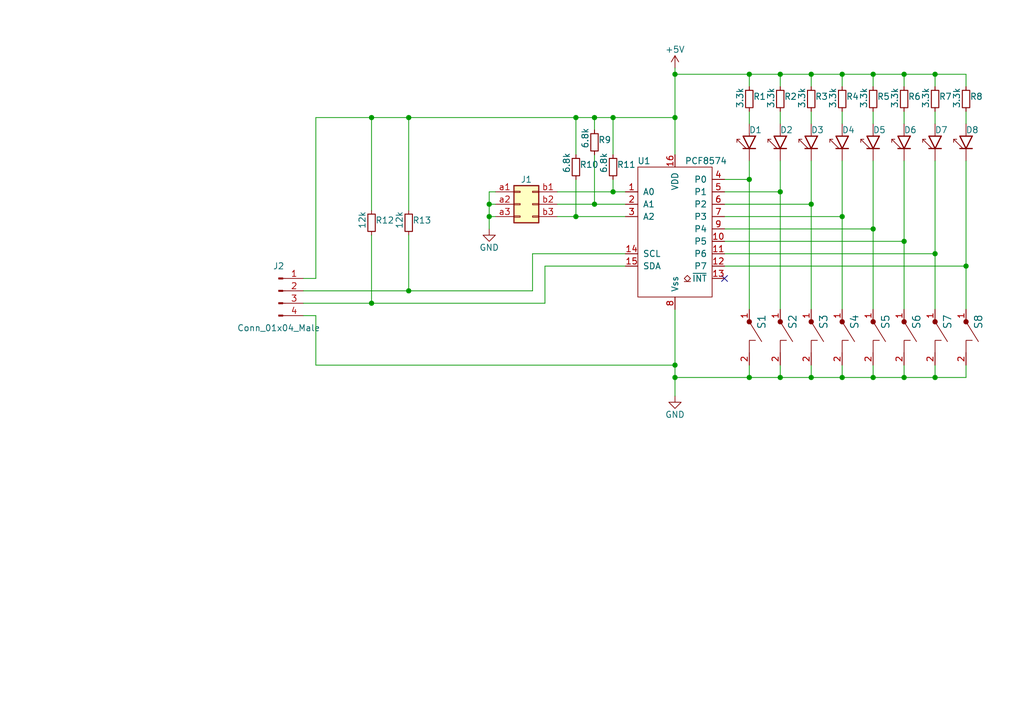
<source format=kicad_sch>
(kicad_sch (version 20211123) (generator eeschema)
  (paper "A5")
  (title_block (title "Vector Drawing for WWI: Switches and Lamps") (date "2023-07-06") (rev "0.1"))
  (lib_symbols
    (symbol "Connector:Conn_01x04_Male" (pin_names (offset 1.016) hide)
      (property "Reference" "J" (at 0 5.08 0))
      (property "Value" "Conn_01x04_Male" (at 0 -7.62 0))
      (symbol "Conn_01x04_Male_1_1"
        (polyline (pts (xy 1.27 -5.08) (xy 0.8636 -5.08)) (stroke (width 0.1524)))
        (polyline (pts (xy 1.27 -2.54) (xy 0.8636 -2.54)) (stroke (width 0.1524)))
        (polyline (pts (xy 1.27 0) (xy 0.8636 0)) (stroke (width 0.1524)))
        (polyline (pts (xy 1.27 2.54) (xy 0.8636 2.54)) (stroke (width 0.1524)))
        (rectangle (start 0.8636 -4.953) (end 0 -5.207) (stroke (width 0.1524)) (fill (type outline)))
        (rectangle (start 0.8636 -2.413) (end 0 -2.667) (stroke (width 0.1524)) (fill (type outline)))
        (rectangle (start 0.8636 0.127) (end 0 -0.127) (stroke (width 0.1524)) (fill (type outline)))
        (rectangle (start 0.8636 2.667) (end 0 2.413) (stroke (width 0.1524)) (fill (type outline)))
        (pin passive line (at 5.08 2.54 180) (length 3.81) (name "Pin_1") (number "1"))
        (pin passive line (at 5.08 0 180) (length 3.81) (name "Pin_2") (number "2"))
        (pin passive line (at 5.08 -2.54 180) (length 3.81) (name "Pin_3") (number "3"))
        (pin passive line (at 5.08 -5.08 180) (length 3.81) (name "Pin_4") (number "4"))
      )
    )
    (symbol "Connector_Generic:Conn_02x03_Row_Letter_First" (pin_names (offset 1.016) hide)
      (property "Reference" "J" (at 1.27 5.08 0))
      (property "Value" "Conn_02x03_Row_Letter_First" (at 1.27 -5.08 0))
      (symbol "Conn_02x03_Row_Letter_First_1_1"
        (rectangle (start -1.27 -2.413) (end 0 -2.667) (stroke (width 0.1524)))
        (rectangle (start -1.27 0.127) (end 0 -0.127) (stroke (width 0.1524)))
        (rectangle (start -1.27 2.667) (end 0 2.413) (stroke (width 0.1524)))
        (rectangle (start -1.27 3.81) (end 3.81 -3.81) (stroke (width 0.254)) (fill (type background)))
        (rectangle (start 3.81 -2.413) (end 2.54 -2.667) (stroke (width 0.1524)))
        (rectangle (start 3.81 0.127) (end 2.54 -0.127) (stroke (width 0.1524)))
        (rectangle (start 3.81 2.667) (end 2.54 2.413) (stroke (width 0.1524)))
        (pin passive line (at -5.08 2.54 0) (length 3.81) (name "Pin_a1") (number "a1"))
        (pin passive line (at -5.08 0 0) (length 3.81) (name "Pin_a2") (number "a2"))
        (pin passive line (at -5.08 -2.54 0) (length 3.81) (name "Pin_a3") (number "a3"))
        (pin passive line (at 7.62 2.54 180) (length 3.81) (name "Pin_b1") (number "b1"))
        (pin passive line (at 7.62 0 180) (length 3.81) (name "Pin_b2") (number "b2"))
        (pin passive line (at 7.62 -2.54 180) (length 3.81) (name "Pin_b3") (number "b3"))
      )
    )
    (symbol "Device:R_Small" (pin_numbers hide) (pin_names (offset 0.254) hide)
      (property "Reference" "R" (at 0.762 0.508 0))
      (property "Value" "R_Small" (at 0.762 -1.016 0))
      (symbol "R_Small_0_1"
        (rectangle (start -0.762 1.778) (end 0.762 -1.778) (stroke (width 0.2032)))
      )
      (symbol "R_Small_1_1"
        (pin passive line (at 0 2.54 270) (length 0.762) (name "~") (number "1"))
        (pin passive line (at 0 -2.54 90) (length 0.762) (name "~") (number "2"))
      )
    )
    (symbol "power:+5V" (power) (pin_names (offset 0))
      (property "Value" "+5V" (at 0 3.556 0))
      (symbol "+5V_0_1"
        (polyline (pts (xy -0.762 1.27) (xy 0 2.54)))
        (polyline (pts (xy 0 0) (xy 0 2.54)))
        (polyline (pts (xy 0 2.54) (xy 0.762 1.27)))
      )
      (symbol "+5V_1_1"
        (pin power_in line (at 0 0 90) (length 0) hide (name "+5V") (number "1"))
      )
    )
    (symbol "power:GND" (power) (pin_names (offset 0))
      (property "Value" "GND" (at 0 -3.81 0))
      (symbol "GND_0_1"
        (polyline (pts (xy 0 0) (xy 0 -1.27) (xy 1.27 -1.27) (xy 0 -2.54) (xy -1.27 -1.27) (xy 0 -1.27)))
      )
      (symbol "GND_1_1"
        (pin power_in line (at 0 0 270) (length 0) hide (name "GND") (number "1"))
      )
    )
    (symbol "rg:LED" (pin_numbers hide) (pin_names (offset 1.016) hide)
      (property "Reference" "D" (at -2.54 2.54 0))
      (symbol "LED_0_1"
        (polyline (pts (xy -1.27 -1.27) (xy -1.27 1.27)) (stroke (width 0.254)))
        (polyline (pts (xy 0.635 2.54) (xy 0.635 1.905)))
        (polyline (pts (xy -1.27 0.635) (xy 0.635 2.54) (xy 0 2.54)))
        (polyline (pts (xy 1.27 -1.27) (xy 1.27 1.27) (xy -1.27 0) (xy 1.27 -1.27)) (stroke (width 0.254)))
      )
      (symbol "LED_1_1"
        (pin passive line (at 3.81 0 180) (length 2.54) (name "A") (number "A"))
        (pin passive line (at -3.81 0 0) (length 2.54) (name "K") (number "K"))
      )
    )
    (symbol "rg:PCF8574" (pin_names (offset 1.016))
      (property "Reference" "U" (at -6.35 13.97 0))
      (property "Value" "PCF8574" (at 6.35 13.97 0))
      (symbol "PCF8574_0_1"
        (rectangle (start -7.62 12.7) (end 7.62 -13.97))
        (polyline (pts (xy 1.905 -10.795) (xy 3.175 -10.795) (xy 2.54 -10.795) (xy 3.175 -10.16) (xy 2.54 -9.525) (xy 1.905 -10.16) (xy 2.54 -10.795)))
      )
      (symbol "PCF8574_1_1"
        (pin input line (at -10.16 7.62 0) (length 2.54) (name "A0") (number "1"))
        (pin output line (at 10.16 -2.54 180) (length 2.54) (name "P5") (number "10"))
        (pin output line (at 10.16 -5.08 180) (length 2.54) (name "P6") (number "11"))
        (pin output line (at 10.16 -7.62 180) (length 2.54) (name "P7") (number "12"))
        (pin output line (at 10.16 -10.16 180) (length 2.54) (name "~{INT}") (number "13"))
        (pin input line (at -10.16 -5.08 0) (length 2.54) (name "SCL") (number "14"))
        (pin bidirectional line (at -10.16 -7.62 0) (length 2.54) (name "SDA") (number "15"))
        (pin power_in line (at 0 15.24 270) (length 2.54) (name "VDD") (number "16"))
        (pin input line (at -10.16 5.08 0) (length 2.54) (name "A1") (number "2"))
        (pin input line (at -10.16 2.54 0) (length 2.54) (name "A2") (number "3"))
        (pin output line (at 10.16 10.16 180) (length 2.54) (name "P0") (number "4"))
        (pin output line (at 10.16 7.62 180) (length 2.54) (name "P1") (number "5"))
        (pin output line (at 10.16 5.08 180) (length 2.54) (name "P2") (number "6"))
        (pin output line (at 10.16 2.54 180) (length 2.54) (name "P3") (number "7"))
        (pin passive line (at 0 -16.51 90) (length 2.54) (name "Vss") (number "8"))
        (pin output line (at 10.16 0 180) (length 2.54) (name "P4") (number "9"))
      )
    )
    (symbol "rg:TASTER" (pin_names (offset 1.016))
      (property "Reference" "S" (at -3.81 -3.81 0))
      (symbol "TASTER_0_1"
        (circle (center -3.81 -6.35) (radius 0.4572) (fill (type outline)))
        (polyline (pts (xy -3.81 -6.35) (xy 0.254 -3.81) (xy 0.254 -3.81) (xy 0.254 -3.81)))
        (polyline (pts (xy 0 -5.08) (xy 0 -6.35) (xy 2.54 -6.35) (xy 2.54 -6.35)))
      )
      (symbol "TASTER_1_1"
        (pin input line (at -6.35 -6.35 0) (length 2.54) (name "~") (number "1"))
        (pin input line (at 5.08 -6.35 180) (length 2.54) (name "~") (number "2"))
      )
    )
  )
  (junction (at 179.07 15.24))
  (junction (at 153.67 77.47))
  (junction (at 191.77 52.07))
  (junction (at 172.72 77.47))
  (junction (at 76.2 62.23))
  (junction (at 179.07 46.99))
  (junction (at 138.43 74.93))
  (junction (at 185.42 49.53))
  (junction (at 198.12 54.61))
  (junction (at 185.42 77.47))
  (junction (at 138.43 24.13))
  (junction (at 191.77 77.47))
  (junction (at 166.37 41.91))
  (junction (at 185.42 15.24))
  (junction (at 153.67 36.83))
  (junction (at 138.43 15.24))
  (junction (at 172.72 44.45))
  (junction (at 172.72 15.24))
  (junction (at 83.82 24.13))
  (junction (at 138.43 77.47))
  (junction (at 76.2 24.13))
  (junction (at 125.73 24.13))
  (junction (at 160.02 77.47))
  (junction (at 153.67 15.24))
  (junction (at 160.02 39.37))
  (junction (at 191.77 15.24))
  (junction (at 121.92 24.13))
  (junction (at 121.92 41.91))
  (junction (at 125.73 39.37))
  (junction (at 179.07 77.47))
  (junction (at 100.33 41.91))
  (junction (at 160.02 15.24))
  (junction (at 118.11 44.45))
  (junction (at 83.82 59.69))
  (junction (at 100.33 44.45))
  (junction (at 118.11 24.13))
  (junction (at 166.37 15.24))
  (junction (at 166.37 77.47))
  (no_connect (at 148.59 57.15))
  (wire (pts (xy 62.23 57.15) (xy 64.77 57.15)))
  (wire (pts (xy 185.42 15.24) (xy 185.42 17.78)))
  (wire (pts (xy 128.27 44.45) (xy 118.11 44.45)))
  (wire (pts (xy 172.72 44.45) (xy 172.72 63.5)))
  (wire (pts (xy 166.37 15.24) (xy 166.37 17.78)))
  (wire (pts (xy 83.82 59.69) (xy 62.23 59.69)))
  (wire (pts (xy 179.07 74.93) (xy 179.07 77.47)))
  (wire (pts (xy 128.27 52.07) (xy 109.22 52.07)))
  (wire (pts (xy 121.92 41.91) (xy 121.92 31.75)))
  (wire (pts (xy 100.33 41.91) (xy 101.6 41.91)))
  (wire (pts (xy 114.3 39.37) (xy 125.73 39.37)))
  (wire (pts (xy 166.37 15.24) (xy 172.72 15.24)))
  (wire (pts (xy 198.12 22.86) (xy 198.12 25.4)))
  (wire (pts (xy 138.43 77.47) (xy 138.43 81.28)))
  (wire (pts (xy 138.43 63.5) (xy 138.43 74.93)))
  (wire (pts (xy 109.22 52.07) (xy 109.22 59.69)))
  (wire (pts (xy 118.11 31.75) (xy 118.11 24.13)))
  (wire (pts (xy 148.59 44.45) (xy 172.72 44.45)))
  (wire (pts (xy 179.07 33.02) (xy 179.07 46.99)))
  (wire (pts (xy 148.59 36.83) (xy 153.67 36.83)))
  (wire (pts (xy 160.02 39.37) (xy 160.02 63.5)))
  (wire (pts (xy 198.12 54.61) (xy 198.12 63.5)))
  (wire (pts (xy 101.6 39.37) (xy 100.33 39.37)))
  (wire (pts (xy 198.12 17.78) (xy 198.12 15.24)))
  (wire (pts (xy 160.02 22.86) (xy 160.02 25.4)))
  (wire (pts (xy 148.59 52.07) (xy 191.77 52.07)))
  (wire (pts (xy 83.82 24.13) (xy 118.11 24.13)))
  (wire (pts (xy 185.42 74.93) (xy 185.42 77.47)))
  (wire (pts (xy 166.37 41.91) (xy 166.37 63.5)))
  (wire (pts (xy 153.67 36.83) (xy 153.67 63.5)))
  (wire (pts (xy 185.42 15.24) (xy 191.77 15.24)))
  (wire (pts (xy 121.92 24.13) (xy 121.92 26.67)))
  (wire (pts (xy 138.43 24.13) (xy 138.43 31.75)))
  (wire (pts (xy 148.59 39.37) (xy 160.02 39.37)))
  (wire (pts (xy 160.02 74.93) (xy 160.02 77.47)))
  (wire (pts (xy 166.37 74.93) (xy 166.37 77.47)))
  (wire (pts (xy 125.73 39.37) (xy 125.73 36.83)))
  (wire (pts (xy 111.76 62.23) (xy 111.76 54.61)))
  (wire (pts (xy 83.82 48.26) (xy 83.82 59.69)))
  (wire (pts (xy 160.02 33.02) (xy 160.02 39.37)))
  (wire (pts (xy 148.59 46.99) (xy 179.07 46.99)))
  (wire (pts (xy 76.2 43.18) (xy 76.2 24.13)))
  (wire (pts (xy 198.12 33.02) (xy 198.12 54.61)))
  (wire (pts (xy 76.2 24.13) (xy 83.82 24.13)))
  (wire (pts (xy 179.07 15.24) (xy 179.07 17.78)))
  (wire (pts (xy 148.59 41.91) (xy 166.37 41.91)))
  (wire (pts (xy 128.27 39.37) (xy 125.73 39.37)))
  (wire (pts (xy 185.42 22.86) (xy 185.42 25.4)))
  (wire (pts (xy 172.72 17.78) (xy 172.72 15.24)))
  (wire (pts (xy 185.42 77.47) (xy 191.77 77.47)))
  (wire (pts (xy 76.2 62.23) (xy 111.76 62.23)))
  (wire (pts (xy 172.72 33.02) (xy 172.72 44.45)))
  (wire (pts (xy 128.27 41.91) (xy 121.92 41.91)))
  (wire (pts (xy 153.67 33.02) (xy 153.67 36.83)))
  (wire (pts (xy 118.11 44.45) (xy 118.11 36.83)))
  (wire (pts (xy 138.43 74.93) (xy 138.43 77.47)))
  (wire (pts (xy 148.59 54.61) (xy 198.12 54.61)))
  (wire (pts (xy 191.77 77.47) (xy 198.12 77.47)))
  (wire (pts (xy 153.67 77.47) (xy 160.02 77.47)))
  (wire (pts (xy 172.72 77.47) (xy 179.07 77.47)))
  (wire (pts (xy 138.43 15.24) (xy 153.67 15.24)))
  (wire (pts (xy 179.07 22.86) (xy 179.07 25.4)))
  (wire (pts (xy 185.42 49.53) (xy 185.42 63.5)))
  (wire (pts (xy 172.72 74.93) (xy 172.72 77.47)))
  (wire (pts (xy 62.23 64.77) (xy 64.77 64.77)))
  (wire (pts (xy 172.72 22.86) (xy 172.72 25.4)))
  (wire (pts (xy 64.77 74.93) (xy 138.43 74.93)))
  (wire (pts (xy 109.22 59.69) (xy 83.82 59.69)))
  (wire (pts (xy 100.33 39.37) (xy 100.33 41.91)))
  (wire (pts (xy 172.72 15.24) (xy 179.07 15.24)))
  (wire (pts (xy 138.43 13.97) (xy 138.43 15.24)))
  (wire (pts (xy 100.33 44.45) (xy 101.6 44.45)))
  (wire (pts (xy 153.67 74.93) (xy 153.67 77.47)))
  (wire (pts (xy 76.2 48.26) (xy 76.2 62.23)))
  (wire (pts (xy 185.42 33.02) (xy 185.42 49.53)))
  (wire (pts (xy 191.77 74.93) (xy 191.77 77.47)))
  (wire (pts (xy 191.77 15.24) (xy 198.12 15.24)))
  (wire (pts (xy 191.77 15.24) (xy 191.77 17.78)))
  (wire (pts (xy 166.37 77.47) (xy 172.72 77.47)))
  (wire (pts (xy 198.12 77.47) (xy 198.12 74.93)))
  (wire (pts (xy 100.33 44.45) (xy 100.33 46.99)))
  (wire (pts (xy 62.23 62.23) (xy 76.2 62.23)))
  (wire (pts (xy 179.07 77.47) (xy 185.42 77.47)))
  (wire (pts (xy 191.77 52.07) (xy 191.77 63.5)))
  (wire (pts (xy 148.59 49.53) (xy 185.42 49.53)))
  (wire (pts (xy 160.02 77.47) (xy 166.37 77.47)))
  (wire (pts (xy 153.67 15.24) (xy 160.02 15.24)))
  (wire (pts (xy 191.77 33.02) (xy 191.77 52.07)))
  (wire (pts (xy 179.07 15.24) (xy 185.42 15.24)))
  (wire (pts (xy 121.92 24.13) (xy 125.73 24.13)))
  (wire (pts (xy 64.77 64.77) (xy 64.77 74.93)))
  (wire (pts (xy 191.77 22.86) (xy 191.77 25.4)))
  (wire (pts (xy 83.82 24.13) (xy 83.82 43.18)))
  (wire (pts (xy 64.77 57.15) (xy 64.77 24.13)))
  (wire (pts (xy 166.37 22.86) (xy 166.37 25.4)))
  (wire (pts (xy 153.67 17.78) (xy 153.67 15.24)))
  (wire (pts (xy 160.02 15.24) (xy 160.02 17.78)))
  (wire (pts (xy 64.77 24.13) (xy 76.2 24.13)))
  (wire (pts (xy 166.37 33.02) (xy 166.37 41.91)))
  (wire (pts (xy 118.11 24.13) (xy 121.92 24.13)))
  (wire (pts (xy 138.43 15.24) (xy 138.43 24.13)))
  (wire (pts (xy 114.3 44.45) (xy 118.11 44.45)))
  (wire (pts (xy 114.3 41.91) (xy 121.92 41.91)))
  (wire (pts (xy 160.02 15.24) (xy 166.37 15.24)))
  (wire (pts (xy 125.73 24.13) (xy 138.43 24.13)))
  (wire (pts (xy 111.76 54.61) (xy 128.27 54.61)))
  (wire (pts (xy 138.43 77.47) (xy 153.67 77.47)))
  (wire (pts (xy 153.67 22.86) (xy 153.67 25.4)))
  (wire (pts (xy 125.73 31.75) (xy 125.73 24.13)))
  (wire (pts (xy 100.33 41.91) (xy 100.33 44.45)))
  (wire (pts (xy 179.07 46.99) (xy 179.07 63.5)))
  (symbol (lib_id "rg:TASTER") (at 204.47 69.85 270) (unit 1)
    (property "Reference" "S8" (at 200.66 66.04 0) (effects (font (size 1.524 1.524))))
    (property "Value" "TASTER" (effects hide))
  )
  (symbol (lib_id "power:GND") (at 100.33 46.99 0) (unit 1)
    (property "Reference" "#PWR02" (effects hide))
    (property "Value" "GND" (at 100.33 50.8 0))
  )
  (symbol (lib_id "rg:LED") (at 172.72 29.21 90) (unit 1)
    (property "Reference" "D4" (at 173.99 26.67 90))
    (property "Value" "LED" (effects hide))
  )
  (symbol (lib_id "power:GND") (at 138.43 81.28 0) (unit 1)
    (property "Reference" "#PWR03" (effects hide))
    (property "Value" "GND" (at 138.43 85.09 0))
  )
  (symbol (lib_id "Device:R_Small") (at 118.11 34.29 0) (unit 1)
    (property "Reference" "R10" (at 118.872 33.782 0) (effects (justify left)))
    (property "Value" "6.8k" (at 116.205 35.56 90) (effects (justify left)))
  )
  (symbol (lib_id "rg:LED") (at 153.67 29.21 90) (unit 1)
    (property "Reference" "D1" (at 154.94 26.67 90))
    (property "Value" "LED" (effects hide))
  )
  (symbol (lib_id "Device:R_Small") (at 185.42 20.32 0) (unit 1)
    (property "Reference" "R6" (at 186.182 19.812 0) (effects (justify left)))
    (property "Value" "3.3k" (at 183.515 22.225 90) (effects (justify left)))
  )
  (symbol (lib_id "Connector:Conn_01x04_Male") (at 57.15 59.69 0) (unit 1)
    (property "Reference" "J2" (at 57.15 54.61 0))
    (property "Value" "Conn_01x04_Male" (at 57.15 67.31 0))
  )
  (symbol (lib_id "rg:TASTER") (at 172.72 69.85 270) (unit 1)
    (property "Reference" "S3" (at 168.91 66.04 0) (effects (font (size 1.524 1.524))))
    (property "Value" "TASTER" (effects hide))
  )
  (symbol (lib_id "rg:PCF8574") (at 138.43 46.99 0) (unit 1)
    (property "Reference" "U1" (at 132.08 33.02 0))
    (property "Value" "PCF8574" (at 144.78 33.02 0))
  )
  (symbol (lib_id "Device:R_Small") (at 198.12 20.32 0) (unit 1)
    (property "Reference" "R8" (at 198.882 19.812 0) (effects (justify left)))
    (property "Value" "3.3k" (at 196.215 22.225 90) (effects (justify left)))
  )
  (symbol (lib_id "rg:LED") (at 185.42 29.21 90) (unit 1)
    (property "Reference" "D6" (at 186.69 26.67 90))
    (property "Value" "LED" (effects hide))
  )
  (symbol (lib_id "Device:R_Small") (at 153.67 20.32 0) (unit 1)
    (property "Reference" "R1" (at 154.432 19.812 0) (effects (justify left)))
    (property "Value" "3.3k" (at 151.765 22.225 90) (effects (justify left)))
  )
  (symbol (lib_id "rg:LED") (at 166.37 29.21 90) (unit 1)
    (property "Reference" "D3" (at 167.64 26.67 90))
    (property "Value" "LED" (effects hide))
  )
  (symbol (lib_id "Device:R_Small") (at 172.72 20.32 0) (unit 1)
    (property "Reference" "R4" (at 173.482 19.812 0) (effects (justify left)))
    (property "Value" "3.3k" (at 170.815 22.225 90) (effects (justify left)))
  )
  (symbol (lib_id "Device:R_Small") (at 125.73 34.29 0) (unit 1)
    (property "Reference" "R11" (at 126.492 33.782 0) (effects (justify left)))
    (property "Value" "6.8k" (at 123.825 35.56 90) (effects (justify left)))
  )
  (symbol (lib_id "Device:R_Small") (at 166.37 20.32 0) (unit 1)
    (property "Reference" "R3" (at 167.132 19.812 0) (effects (justify left)))
    (property "Value" "3.3k" (at 164.465 22.225 90) (effects (justify left)))
  )
  (symbol (lib_id "rg:TASTER") (at 166.37 69.85 270) (unit 1)
    (property "Reference" "S2" (at 162.56 66.04 0) (effects (font (size 1.524 1.524))))
    (property "Value" "TASTER" (effects hide))
  )
  (symbol (lib_id "rg:LED") (at 198.12 29.21 90) (unit 1)
    (property "Reference" "D8" (at 199.39 26.67 90))
    (property "Value" "LED" (effects hide))
  )
  (symbol (lib_id "Device:R_Small") (at 160.02 20.32 0) (unit 1)
    (property "Reference" "R2" (at 160.782 19.812 0) (effects (justify left)))
    (property "Value" "3.3k" (at 158.115 22.225 90) (effects (justify left)))
  )
  (symbol (lib_id "rg:LED") (at 191.77 29.21 90) (unit 1)
    (property "Reference" "D7" (at 193.04 26.67 90))
    (property "Value" "LED" (effects hide))
  )
  (symbol (lib_id "Connector_Generic:Conn_02x03_Row_Letter_First") (at 106.68 41.91 0) (unit 1)
    (property "Reference" "J1" (at 107.95 36.83 0))
    (property "Value" "Conn_02x03_Row_Letter_First" (effects hide))
  )
  (symbol (lib_id "Device:R_Small") (at 121.92 29.21 0) (unit 1)
    (property "Reference" "R9" (at 122.682 28.702 0) (effects (justify left)))
    (property "Value" "6.8k" (at 120.015 30.48 90) (effects (justify left)))
  )
  (symbol (lib_id "rg:LED") (at 160.02 29.21 90) (unit 1)
    (property "Reference" "D2" (at 161.29 26.67 90))
    (property "Value" "LED" (effects hide))
  )
  (symbol (lib_id "rg:TASTER") (at 160.02 69.85 270) (unit 1)
    (property "Reference" "S1" (at 156.21 66.04 0) (effects (font (size 1.524 1.524))))
    (property "Value" "TASTER" (effects hide))
  )
  (symbol (lib_id "rg:TASTER") (at 191.77 69.85 270) (unit 1)
    (property "Reference" "S6" (at 187.96 66.04 0) (effects (font (size 1.524 1.524))))
    (property "Value" "TASTER" (effects hide))
  )
  (symbol (lib_id "rg:TASTER") (at 185.42 69.85 270) (unit 1)
    (property "Reference" "S5" (at 181.61 66.04 0) (effects (font (size 1.524 1.524))))
    (property "Value" "TASTER" (effects hide))
  )
  (symbol (lib_id "rg:LED") (at 179.07 29.21 90) (unit 1)
    (property "Reference" "D5" (at 180.34 26.67 90))
    (property "Value" "LED" (effects hide))
  )
  (symbol (lib_id "power:+5V") (at 138.43 13.97 0) (unit 1)
    (property "Reference" "#PWR01" (effects hide))
    (property "Value" "+5V" (at 138.43 10.16 0))
  )
  (symbol (lib_id "Device:R_Small") (at 179.07 20.32 0) (unit 1)
    (property "Reference" "R5" (at 179.832 19.812 0) (effects (justify left)))
    (property "Value" "3.3k" (at 177.165 22.225 90) (effects (justify left)))
  )
  (symbol (lib_id "rg:TASTER") (at 198.12 69.85 270) (unit 1)
    (property "Reference" "S7" (at 194.31 66.04 0) (effects (font (size 1.524 1.524))))
    (property "Value" "TASTER" (effects hide))
  )
  (symbol (lib_id "Device:R_Small") (at 76.2 45.72 0) (unit 1)
    (property "Reference" "R12" (at 76.962 45.212 0) (effects (justify left)))
    (property "Value" "12k" (at 74.295 46.99 90) (effects (justify left)))
  )
  (symbol (lib_id "rg:TASTER") (at 179.07 69.85 270) (unit 1)
    (property "Reference" "S4" (at 175.26 66.04 0) (effects (font (size 1.524 1.524))))
    (property "Value" "TASTER" (effects hide))
  )
  (symbol (lib_id "Device:R_Small") (at 191.77 20.32 0) (unit 1)
    (property "Reference" "R7" (at 192.532 19.812 0) (effects (justify left)))
    (property "Value" "3.3k" (at 189.865 22.225 90) (effects (justify left)))
  )
  (symbol (lib_id "Device:R_Small") (at 83.82 45.72 0) (unit 1)
    (property "Reference" "R13" (at 84.582 45.212 0) (effects (justify left)))
    (property "Value" "12k" (at 81.915 46.99 90) (effects (justify left)))
  )
)
</source>
